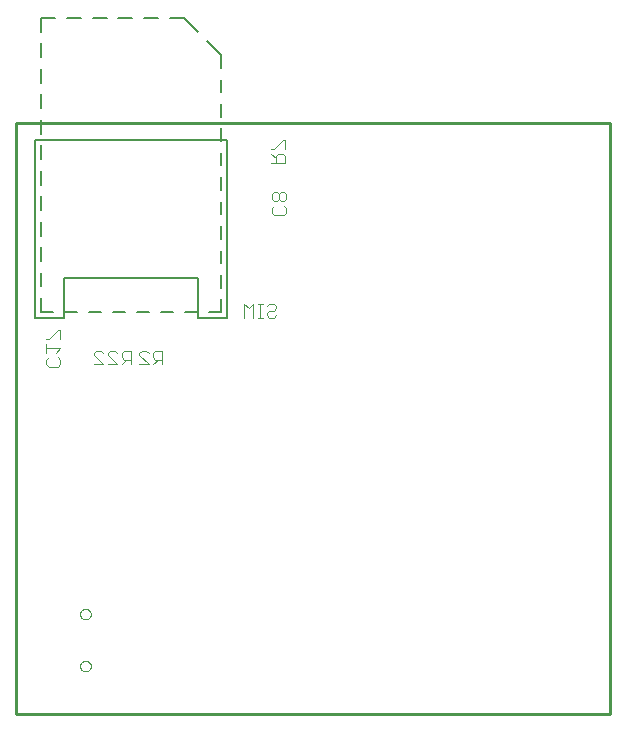
<source format=gbo>
G75*
%MOIN*%
%OFA0B0*%
%FSLAX25Y25*%
%IPPOS*%
%LPD*%
%AMOC8*
5,1,8,0,0,1.08239X$1,22.5*
%
%ADD10C,0.01000*%
%ADD11C,0.00400*%
%ADD12C,0.00500*%
%ADD13C,0.00000*%
D10*
X0001500Y0012458D02*
X0199335Y0012458D01*
X0199335Y0209309D01*
X0001500Y0209309D01*
X0001500Y0012458D01*
D11*
X0012236Y0128251D02*
X0011469Y0129018D01*
X0011469Y0130553D01*
X0012236Y0131320D01*
X0011469Y0132855D02*
X0011469Y0135924D01*
X0011469Y0134390D02*
X0016073Y0134390D01*
X0014538Y0132855D01*
X0015305Y0131320D02*
X0016073Y0130553D01*
X0016073Y0129018D01*
X0015305Y0128251D01*
X0012236Y0128251D01*
X0012236Y0137459D02*
X0011469Y0137459D01*
X0012236Y0137459D02*
X0015305Y0140528D01*
X0016073Y0140528D01*
X0016073Y0137459D01*
X0027359Y0132853D02*
X0027359Y0132086D01*
X0030429Y0129017D01*
X0027359Y0129017D01*
X0027359Y0132853D02*
X0028127Y0133621D01*
X0029661Y0133621D01*
X0030429Y0132853D01*
X0031963Y0132853D02*
X0032731Y0133621D01*
X0034265Y0133621D01*
X0035033Y0132853D01*
X0036567Y0132853D02*
X0036567Y0131319D01*
X0037335Y0130551D01*
X0039637Y0130551D01*
X0039637Y0129017D02*
X0039637Y0133621D01*
X0037335Y0133621D01*
X0036567Y0132853D01*
X0038102Y0130551D02*
X0036567Y0129017D01*
X0035033Y0129017D02*
X0031963Y0132086D01*
X0031963Y0132853D01*
X0031963Y0129017D02*
X0035033Y0129017D01*
X0042488Y0129004D02*
X0045557Y0129004D01*
X0042488Y0132073D01*
X0042488Y0132840D01*
X0043255Y0133608D01*
X0044790Y0133608D01*
X0045557Y0132840D01*
X0047092Y0132840D02*
X0047092Y0131306D01*
X0047859Y0130538D01*
X0050161Y0130538D01*
X0050161Y0129004D02*
X0050161Y0133608D01*
X0047859Y0133608D01*
X0047092Y0132840D01*
X0048627Y0130538D02*
X0047092Y0129004D01*
X0077392Y0144627D02*
X0077392Y0149231D01*
X0078926Y0147696D01*
X0080461Y0149231D01*
X0080461Y0144627D01*
X0081996Y0144627D02*
X0083530Y0144627D01*
X0082763Y0144627D02*
X0082763Y0149231D01*
X0083530Y0149231D02*
X0081996Y0149231D01*
X0085065Y0148463D02*
X0085832Y0149231D01*
X0087367Y0149231D01*
X0088134Y0148463D01*
X0088134Y0147696D01*
X0087367Y0146929D01*
X0085832Y0146929D01*
X0085065Y0146162D01*
X0085065Y0145394D01*
X0085832Y0144627D01*
X0087367Y0144627D01*
X0088134Y0145394D01*
X0087467Y0178859D02*
X0086700Y0179626D01*
X0086700Y0181161D01*
X0087467Y0181928D01*
X0087467Y0183463D02*
X0088235Y0183463D01*
X0089002Y0184230D01*
X0089002Y0185765D01*
X0088235Y0186532D01*
X0087467Y0186532D01*
X0086700Y0185765D01*
X0086700Y0184230D01*
X0087467Y0183463D01*
X0089002Y0184230D02*
X0089769Y0183463D01*
X0090537Y0183463D01*
X0091304Y0184230D01*
X0091304Y0185765D01*
X0090537Y0186532D01*
X0089769Y0186532D01*
X0089002Y0185765D01*
X0090537Y0181928D02*
X0091304Y0181161D01*
X0091304Y0179626D01*
X0090537Y0178859D01*
X0087467Y0178859D01*
X0087964Y0196202D02*
X0087964Y0198504D01*
X0088731Y0199271D01*
X0090266Y0199271D01*
X0091033Y0198504D01*
X0091033Y0196202D01*
X0086429Y0196202D01*
X0087964Y0197736D02*
X0086429Y0199271D01*
X0086429Y0200806D02*
X0087197Y0200806D01*
X0090266Y0203875D01*
X0091033Y0203875D01*
X0091033Y0200806D01*
D12*
X0071746Y0203758D02*
X0007573Y0203758D01*
X0007573Y0144388D01*
X0007573Y0144309D02*
X0017415Y0144309D01*
X0017415Y0157695D01*
X0061904Y0157695D01*
X0061904Y0144309D01*
X0071746Y0144309D01*
X0071746Y0144388D02*
X0071746Y0203758D01*
X0069778Y0203471D02*
X0069778Y0207677D01*
X0069778Y0211614D02*
X0069778Y0215819D01*
X0069778Y0219756D02*
X0069778Y0223962D01*
X0069778Y0227899D02*
X0069778Y0232104D01*
X0064969Y0236913D01*
X0062185Y0239697D02*
X0057376Y0244506D01*
X0052717Y0244506D01*
X0048780Y0244506D02*
X0044121Y0244506D01*
X0040184Y0244506D02*
X0035526Y0244506D01*
X0031589Y0244506D02*
X0026930Y0244506D01*
X0022993Y0244506D02*
X0018334Y0244506D01*
X0014397Y0244506D02*
X0009738Y0244506D01*
X0009738Y0239945D01*
X0009738Y0236008D02*
X0009738Y0231448D01*
X0009738Y0227511D02*
X0009738Y0222950D01*
X0009738Y0219013D02*
X0009738Y0214453D01*
X0009738Y0210516D02*
X0009738Y0205956D01*
X0009738Y0202019D02*
X0009738Y0197458D01*
X0009738Y0193521D02*
X0009738Y0188961D01*
X0009738Y0185024D02*
X0009738Y0180464D01*
X0009738Y0176527D02*
X0009738Y0171966D01*
X0009738Y0168029D02*
X0009738Y0163469D01*
X0009738Y0159532D02*
X0009738Y0154971D01*
X0009738Y0151034D02*
X0009738Y0146474D01*
X0013798Y0146474D01*
X0017735Y0146474D02*
X0021795Y0146474D01*
X0025732Y0146474D02*
X0029792Y0146474D01*
X0033729Y0146474D02*
X0037789Y0146474D01*
X0041726Y0146474D02*
X0045786Y0146474D01*
X0049723Y0146474D02*
X0053783Y0146474D01*
X0057720Y0146474D02*
X0061781Y0146474D01*
X0065718Y0146474D02*
X0069778Y0146474D01*
X0069778Y0150680D01*
X0069778Y0154617D02*
X0069778Y0158822D01*
X0069778Y0162759D02*
X0069778Y0166964D01*
X0069778Y0170901D02*
X0069778Y0175107D01*
X0069778Y0179044D02*
X0069778Y0183249D01*
X0069778Y0187186D02*
X0069778Y0191392D01*
X0069778Y0195329D02*
X0069778Y0199534D01*
D13*
X0022759Y0045765D02*
X0022761Y0045849D01*
X0022767Y0045932D01*
X0022777Y0046015D01*
X0022791Y0046098D01*
X0022808Y0046180D01*
X0022830Y0046261D01*
X0022855Y0046340D01*
X0022884Y0046419D01*
X0022917Y0046496D01*
X0022953Y0046571D01*
X0022993Y0046645D01*
X0023036Y0046717D01*
X0023083Y0046786D01*
X0023133Y0046853D01*
X0023186Y0046918D01*
X0023242Y0046980D01*
X0023300Y0047040D01*
X0023362Y0047097D01*
X0023426Y0047150D01*
X0023493Y0047201D01*
X0023562Y0047248D01*
X0023633Y0047293D01*
X0023706Y0047333D01*
X0023781Y0047370D01*
X0023858Y0047404D01*
X0023936Y0047434D01*
X0024015Y0047460D01*
X0024096Y0047483D01*
X0024178Y0047501D01*
X0024260Y0047516D01*
X0024343Y0047527D01*
X0024426Y0047534D01*
X0024510Y0047537D01*
X0024594Y0047536D01*
X0024677Y0047531D01*
X0024761Y0047522D01*
X0024843Y0047509D01*
X0024925Y0047493D01*
X0025006Y0047472D01*
X0025087Y0047448D01*
X0025165Y0047420D01*
X0025243Y0047388D01*
X0025319Y0047352D01*
X0025393Y0047313D01*
X0025465Y0047271D01*
X0025535Y0047225D01*
X0025603Y0047176D01*
X0025668Y0047124D01*
X0025731Y0047069D01*
X0025791Y0047011D01*
X0025849Y0046950D01*
X0025903Y0046886D01*
X0025955Y0046820D01*
X0026003Y0046752D01*
X0026048Y0046681D01*
X0026089Y0046608D01*
X0026128Y0046534D01*
X0026162Y0046458D01*
X0026193Y0046380D01*
X0026220Y0046301D01*
X0026244Y0046220D01*
X0026263Y0046139D01*
X0026279Y0046057D01*
X0026291Y0045974D01*
X0026299Y0045890D01*
X0026303Y0045807D01*
X0026303Y0045723D01*
X0026299Y0045640D01*
X0026291Y0045556D01*
X0026279Y0045473D01*
X0026263Y0045391D01*
X0026244Y0045310D01*
X0026220Y0045229D01*
X0026193Y0045150D01*
X0026162Y0045072D01*
X0026128Y0044996D01*
X0026089Y0044922D01*
X0026048Y0044849D01*
X0026003Y0044778D01*
X0025955Y0044710D01*
X0025903Y0044644D01*
X0025849Y0044580D01*
X0025791Y0044519D01*
X0025731Y0044461D01*
X0025668Y0044406D01*
X0025603Y0044354D01*
X0025535Y0044305D01*
X0025465Y0044259D01*
X0025393Y0044217D01*
X0025319Y0044178D01*
X0025243Y0044142D01*
X0025165Y0044110D01*
X0025087Y0044082D01*
X0025006Y0044058D01*
X0024925Y0044037D01*
X0024843Y0044021D01*
X0024761Y0044008D01*
X0024677Y0043999D01*
X0024594Y0043994D01*
X0024510Y0043993D01*
X0024426Y0043996D01*
X0024343Y0044003D01*
X0024260Y0044014D01*
X0024178Y0044029D01*
X0024096Y0044047D01*
X0024015Y0044070D01*
X0023936Y0044096D01*
X0023858Y0044126D01*
X0023781Y0044160D01*
X0023706Y0044197D01*
X0023633Y0044237D01*
X0023562Y0044282D01*
X0023493Y0044329D01*
X0023426Y0044380D01*
X0023362Y0044433D01*
X0023300Y0044490D01*
X0023242Y0044550D01*
X0023186Y0044612D01*
X0023133Y0044677D01*
X0023083Y0044744D01*
X0023036Y0044813D01*
X0022993Y0044885D01*
X0022953Y0044959D01*
X0022917Y0045034D01*
X0022884Y0045111D01*
X0022855Y0045190D01*
X0022830Y0045269D01*
X0022808Y0045350D01*
X0022791Y0045432D01*
X0022777Y0045515D01*
X0022767Y0045598D01*
X0022761Y0045681D01*
X0022759Y0045765D01*
X0022759Y0028443D02*
X0022761Y0028527D01*
X0022767Y0028610D01*
X0022777Y0028693D01*
X0022791Y0028776D01*
X0022808Y0028858D01*
X0022830Y0028939D01*
X0022855Y0029018D01*
X0022884Y0029097D01*
X0022917Y0029174D01*
X0022953Y0029249D01*
X0022993Y0029323D01*
X0023036Y0029395D01*
X0023083Y0029464D01*
X0023133Y0029531D01*
X0023186Y0029596D01*
X0023242Y0029658D01*
X0023300Y0029718D01*
X0023362Y0029775D01*
X0023426Y0029828D01*
X0023493Y0029879D01*
X0023562Y0029926D01*
X0023633Y0029971D01*
X0023706Y0030011D01*
X0023781Y0030048D01*
X0023858Y0030082D01*
X0023936Y0030112D01*
X0024015Y0030138D01*
X0024096Y0030161D01*
X0024178Y0030179D01*
X0024260Y0030194D01*
X0024343Y0030205D01*
X0024426Y0030212D01*
X0024510Y0030215D01*
X0024594Y0030214D01*
X0024677Y0030209D01*
X0024761Y0030200D01*
X0024843Y0030187D01*
X0024925Y0030171D01*
X0025006Y0030150D01*
X0025087Y0030126D01*
X0025165Y0030098D01*
X0025243Y0030066D01*
X0025319Y0030030D01*
X0025393Y0029991D01*
X0025465Y0029949D01*
X0025535Y0029903D01*
X0025603Y0029854D01*
X0025668Y0029802D01*
X0025731Y0029747D01*
X0025791Y0029689D01*
X0025849Y0029628D01*
X0025903Y0029564D01*
X0025955Y0029498D01*
X0026003Y0029430D01*
X0026048Y0029359D01*
X0026089Y0029286D01*
X0026128Y0029212D01*
X0026162Y0029136D01*
X0026193Y0029058D01*
X0026220Y0028979D01*
X0026244Y0028898D01*
X0026263Y0028817D01*
X0026279Y0028735D01*
X0026291Y0028652D01*
X0026299Y0028568D01*
X0026303Y0028485D01*
X0026303Y0028401D01*
X0026299Y0028318D01*
X0026291Y0028234D01*
X0026279Y0028151D01*
X0026263Y0028069D01*
X0026244Y0027988D01*
X0026220Y0027907D01*
X0026193Y0027828D01*
X0026162Y0027750D01*
X0026128Y0027674D01*
X0026089Y0027600D01*
X0026048Y0027527D01*
X0026003Y0027456D01*
X0025955Y0027388D01*
X0025903Y0027322D01*
X0025849Y0027258D01*
X0025791Y0027197D01*
X0025731Y0027139D01*
X0025668Y0027084D01*
X0025603Y0027032D01*
X0025535Y0026983D01*
X0025465Y0026937D01*
X0025393Y0026895D01*
X0025319Y0026856D01*
X0025243Y0026820D01*
X0025165Y0026788D01*
X0025087Y0026760D01*
X0025006Y0026736D01*
X0024925Y0026715D01*
X0024843Y0026699D01*
X0024761Y0026686D01*
X0024677Y0026677D01*
X0024594Y0026672D01*
X0024510Y0026671D01*
X0024426Y0026674D01*
X0024343Y0026681D01*
X0024260Y0026692D01*
X0024178Y0026707D01*
X0024096Y0026725D01*
X0024015Y0026748D01*
X0023936Y0026774D01*
X0023858Y0026804D01*
X0023781Y0026838D01*
X0023706Y0026875D01*
X0023633Y0026915D01*
X0023562Y0026960D01*
X0023493Y0027007D01*
X0023426Y0027058D01*
X0023362Y0027111D01*
X0023300Y0027168D01*
X0023242Y0027228D01*
X0023186Y0027290D01*
X0023133Y0027355D01*
X0023083Y0027422D01*
X0023036Y0027491D01*
X0022993Y0027563D01*
X0022953Y0027637D01*
X0022917Y0027712D01*
X0022884Y0027789D01*
X0022855Y0027868D01*
X0022830Y0027947D01*
X0022808Y0028028D01*
X0022791Y0028110D01*
X0022777Y0028193D01*
X0022767Y0028276D01*
X0022761Y0028359D01*
X0022759Y0028443D01*
M02*

</source>
